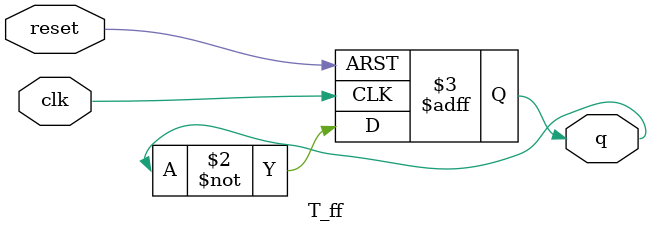
<source format=v>
module async_up_counter (
    input clk,
    input reset,       
    output [3:0] q);

  T_ff t0 (.clk(clk), .reset(reset), .q(q[0]));
  T_ff t1 (.clk(~q[0]),.reset(reset), .q(q[1]));
  T_ff t2 (.clk(~q[1]),.reset(reset), .q(q[2]));
  T_ff t3 (.clk(~q[2]),.reset(reset), .q(q[3]));

endmodule



module T_ff (
    input clk,
    input reset,
    output reg q);

  always @(posedge clk or posedge reset) begin
    if (reset)
      q <= 1'b0;
    else 
      q <= ~q; 
  end

endmodule


</source>
